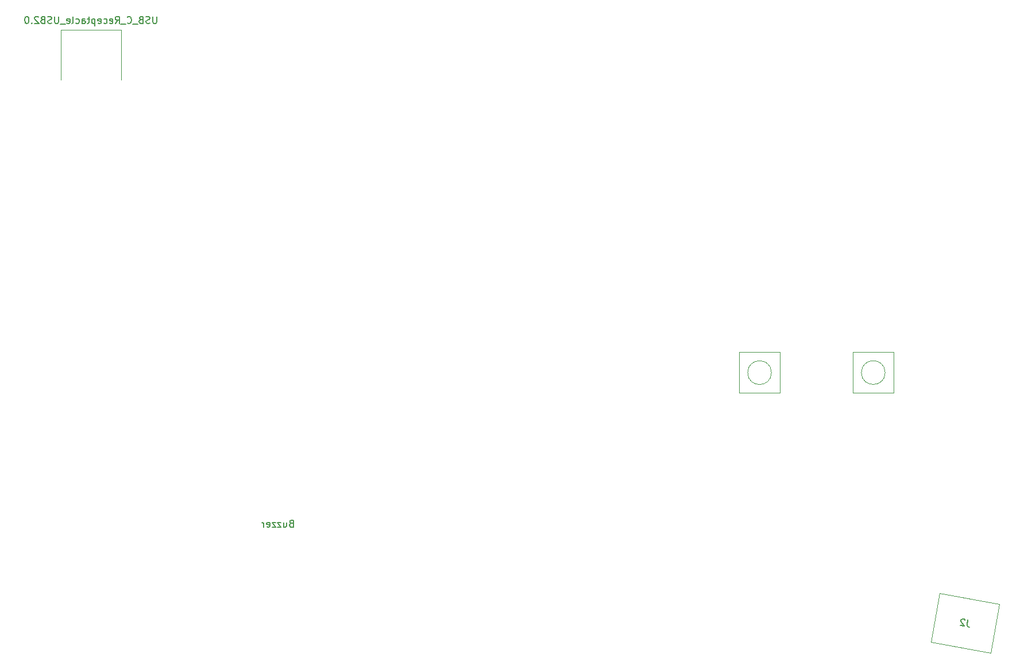
<source format=gbr>
%TF.GenerationSoftware,KiCad,Pcbnew,5.1.9*%
%TF.CreationDate,2021-05-13T19:18:31-05:00*%
%TF.ProjectId,nightwing,6e696768-7477-4696-9e67-2e6b69636164,rev?*%
%TF.SameCoordinates,Original*%
%TF.FileFunction,Other,Fab,Bot*%
%FSLAX46Y46*%
G04 Gerber Fmt 4.6, Leading zero omitted, Abs format (unit mm)*
G04 Created by KiCad (PCBNEW 5.1.9) date 2021-05-13 19:18:31*
%MOMM*%
%LPD*%
G01*
G04 APERTURE LIST*
%ADD10C,0.100000*%
%ADD11C,0.150000*%
G04 APERTURE END LIST*
D10*
%TO.C,J1*%
X41640000Y-13810000D02*
X41640000Y-6510000D01*
X32700000Y-6510000D02*
X41640000Y-6510000D01*
X32700000Y-13810000D02*
X32700000Y-6510000D01*
%TO.C,J2*%
X160993572Y-96754839D02*
X169797754Y-98307254D01*
X160993572Y-96754839D02*
X162261204Y-89565742D01*
X162261204Y-89565742D02*
X171065386Y-91118157D01*
X169797754Y-98307254D02*
X171065386Y-91118157D01*
%TO.C,RESET_SW1*%
X149500000Y-60000000D02*
X149500000Y-54000000D01*
X155500000Y-54000000D02*
X155500000Y-60000000D01*
X155500000Y-60000000D02*
X149500000Y-60000000D01*
X149500000Y-54000000D02*
X155500000Y-54000000D01*
X154250714Y-57000000D02*
G75*
G03*
X154250714Y-57000000I-1750714J0D01*
G01*
%TO.C,Boot1*%
X132740000Y-60010000D02*
X132740000Y-54010000D01*
X138740000Y-54010000D02*
X138740000Y-60010000D01*
X138740000Y-60010000D02*
X132740000Y-60010000D01*
X132740000Y-54010000D02*
X138740000Y-54010000D01*
X137490714Y-57010000D02*
G75*
G03*
X137490714Y-57010000I-1750714J0D01*
G01*
%TD*%
%TO.C,J1*%
D11*
X46860476Y-4512380D02*
X46860476Y-5321904D01*
X46812857Y-5417142D01*
X46765238Y-5464761D01*
X46670000Y-5512380D01*
X46479523Y-5512380D01*
X46384285Y-5464761D01*
X46336666Y-5417142D01*
X46289047Y-5321904D01*
X46289047Y-4512380D01*
X45860476Y-5464761D02*
X45717619Y-5512380D01*
X45479523Y-5512380D01*
X45384285Y-5464761D01*
X45336666Y-5417142D01*
X45289047Y-5321904D01*
X45289047Y-5226666D01*
X45336666Y-5131428D01*
X45384285Y-5083809D01*
X45479523Y-5036190D01*
X45670000Y-4988571D01*
X45765238Y-4940952D01*
X45812857Y-4893333D01*
X45860476Y-4798095D01*
X45860476Y-4702857D01*
X45812857Y-4607619D01*
X45765238Y-4560000D01*
X45670000Y-4512380D01*
X45431904Y-4512380D01*
X45289047Y-4560000D01*
X44527142Y-4988571D02*
X44384285Y-5036190D01*
X44336666Y-5083809D01*
X44289047Y-5179047D01*
X44289047Y-5321904D01*
X44336666Y-5417142D01*
X44384285Y-5464761D01*
X44479523Y-5512380D01*
X44860476Y-5512380D01*
X44860476Y-4512380D01*
X44527142Y-4512380D01*
X44431904Y-4560000D01*
X44384285Y-4607619D01*
X44336666Y-4702857D01*
X44336666Y-4798095D01*
X44384285Y-4893333D01*
X44431904Y-4940952D01*
X44527142Y-4988571D01*
X44860476Y-4988571D01*
X44098571Y-5607619D02*
X43336666Y-5607619D01*
X42527142Y-5417142D02*
X42574761Y-5464761D01*
X42717619Y-5512380D01*
X42812857Y-5512380D01*
X42955714Y-5464761D01*
X43050952Y-5369523D01*
X43098571Y-5274285D01*
X43146190Y-5083809D01*
X43146190Y-4940952D01*
X43098571Y-4750476D01*
X43050952Y-4655238D01*
X42955714Y-4560000D01*
X42812857Y-4512380D01*
X42717619Y-4512380D01*
X42574761Y-4560000D01*
X42527142Y-4607619D01*
X42336666Y-5607619D02*
X41574761Y-5607619D01*
X40765238Y-5512380D02*
X41098571Y-5036190D01*
X41336666Y-5512380D02*
X41336666Y-4512380D01*
X40955714Y-4512380D01*
X40860476Y-4560000D01*
X40812857Y-4607619D01*
X40765238Y-4702857D01*
X40765238Y-4845714D01*
X40812857Y-4940952D01*
X40860476Y-4988571D01*
X40955714Y-5036190D01*
X41336666Y-5036190D01*
X39955714Y-5464761D02*
X40050952Y-5512380D01*
X40241428Y-5512380D01*
X40336666Y-5464761D01*
X40384285Y-5369523D01*
X40384285Y-4988571D01*
X40336666Y-4893333D01*
X40241428Y-4845714D01*
X40050952Y-4845714D01*
X39955714Y-4893333D01*
X39908095Y-4988571D01*
X39908095Y-5083809D01*
X40384285Y-5179047D01*
X39050952Y-5464761D02*
X39146190Y-5512380D01*
X39336666Y-5512380D01*
X39431904Y-5464761D01*
X39479523Y-5417142D01*
X39527142Y-5321904D01*
X39527142Y-5036190D01*
X39479523Y-4940952D01*
X39431904Y-4893333D01*
X39336666Y-4845714D01*
X39146190Y-4845714D01*
X39050952Y-4893333D01*
X38241428Y-5464761D02*
X38336666Y-5512380D01*
X38527142Y-5512380D01*
X38622380Y-5464761D01*
X38670000Y-5369523D01*
X38670000Y-4988571D01*
X38622380Y-4893333D01*
X38527142Y-4845714D01*
X38336666Y-4845714D01*
X38241428Y-4893333D01*
X38193809Y-4988571D01*
X38193809Y-5083809D01*
X38670000Y-5179047D01*
X37765238Y-4845714D02*
X37765238Y-5845714D01*
X37765238Y-4893333D02*
X37670000Y-4845714D01*
X37479523Y-4845714D01*
X37384285Y-4893333D01*
X37336666Y-4940952D01*
X37289047Y-5036190D01*
X37289047Y-5321904D01*
X37336666Y-5417142D01*
X37384285Y-5464761D01*
X37479523Y-5512380D01*
X37670000Y-5512380D01*
X37765238Y-5464761D01*
X37003333Y-4845714D02*
X36622380Y-4845714D01*
X36860476Y-4512380D02*
X36860476Y-5369523D01*
X36812857Y-5464761D01*
X36717619Y-5512380D01*
X36622380Y-5512380D01*
X35860476Y-5512380D02*
X35860476Y-4988571D01*
X35908095Y-4893333D01*
X36003333Y-4845714D01*
X36193809Y-4845714D01*
X36289047Y-4893333D01*
X35860476Y-5464761D02*
X35955714Y-5512380D01*
X36193809Y-5512380D01*
X36289047Y-5464761D01*
X36336666Y-5369523D01*
X36336666Y-5274285D01*
X36289047Y-5179047D01*
X36193809Y-5131428D01*
X35955714Y-5131428D01*
X35860476Y-5083809D01*
X34955714Y-5464761D02*
X35050952Y-5512380D01*
X35241428Y-5512380D01*
X35336666Y-5464761D01*
X35384285Y-5417142D01*
X35431904Y-5321904D01*
X35431904Y-5036190D01*
X35384285Y-4940952D01*
X35336666Y-4893333D01*
X35241428Y-4845714D01*
X35050952Y-4845714D01*
X34955714Y-4893333D01*
X34384285Y-5512380D02*
X34479523Y-5464761D01*
X34527142Y-5369523D01*
X34527142Y-4512380D01*
X33622380Y-5464761D02*
X33717619Y-5512380D01*
X33908095Y-5512380D01*
X34003333Y-5464761D01*
X34050952Y-5369523D01*
X34050952Y-4988571D01*
X34003333Y-4893333D01*
X33908095Y-4845714D01*
X33717619Y-4845714D01*
X33622380Y-4893333D01*
X33574761Y-4988571D01*
X33574761Y-5083809D01*
X34050952Y-5179047D01*
X33384285Y-5607619D02*
X32622380Y-5607619D01*
X32384285Y-4512380D02*
X32384285Y-5321904D01*
X32336666Y-5417142D01*
X32289047Y-5464761D01*
X32193809Y-5512380D01*
X32003333Y-5512380D01*
X31908095Y-5464761D01*
X31860476Y-5417142D01*
X31812857Y-5321904D01*
X31812857Y-4512380D01*
X31384285Y-5464761D02*
X31241428Y-5512380D01*
X31003333Y-5512380D01*
X30908095Y-5464761D01*
X30860476Y-5417142D01*
X30812857Y-5321904D01*
X30812857Y-5226666D01*
X30860476Y-5131428D01*
X30908095Y-5083809D01*
X31003333Y-5036190D01*
X31193809Y-4988571D01*
X31289047Y-4940952D01*
X31336666Y-4893333D01*
X31384285Y-4798095D01*
X31384285Y-4702857D01*
X31336666Y-4607619D01*
X31289047Y-4560000D01*
X31193809Y-4512380D01*
X30955714Y-4512380D01*
X30812857Y-4560000D01*
X30050952Y-4988571D02*
X29908095Y-5036190D01*
X29860476Y-5083809D01*
X29812857Y-5179047D01*
X29812857Y-5321904D01*
X29860476Y-5417142D01*
X29908095Y-5464761D01*
X30003333Y-5512380D01*
X30384285Y-5512380D01*
X30384285Y-4512380D01*
X30050952Y-4512380D01*
X29955714Y-4560000D01*
X29908095Y-4607619D01*
X29860476Y-4702857D01*
X29860476Y-4798095D01*
X29908095Y-4893333D01*
X29955714Y-4940952D01*
X30050952Y-4988571D01*
X30384285Y-4988571D01*
X29431904Y-4607619D02*
X29384285Y-4560000D01*
X29289047Y-4512380D01*
X29050952Y-4512380D01*
X28955714Y-4560000D01*
X28908095Y-4607619D01*
X28860476Y-4702857D01*
X28860476Y-4798095D01*
X28908095Y-4940952D01*
X29479523Y-5512380D01*
X28860476Y-5512380D01*
X28431904Y-5417142D02*
X28384285Y-5464761D01*
X28431904Y-5512380D01*
X28479523Y-5464761D01*
X28431904Y-5417142D01*
X28431904Y-5512380D01*
X27765238Y-4512380D02*
X27670000Y-4512380D01*
X27574761Y-4560000D01*
X27527142Y-4607619D01*
X27479523Y-4702857D01*
X27431904Y-4893333D01*
X27431904Y-5131428D01*
X27479523Y-5321904D01*
X27527142Y-5417142D01*
X27574761Y-5464761D01*
X27670000Y-5512380D01*
X27765238Y-5512380D01*
X27860476Y-5464761D01*
X27908095Y-5417142D01*
X27955714Y-5321904D01*
X28003333Y-5131428D01*
X28003333Y-4893333D01*
X27955714Y-4702857D01*
X27908095Y-4607619D01*
X27860476Y-4560000D01*
X27765238Y-4512380D01*
%TO.C,J2*%
X166452841Y-93455081D02*
X166328806Y-94158515D01*
X166350895Y-94307471D01*
X166428148Y-94417800D01*
X166560566Y-94489502D01*
X166654357Y-94506040D01*
X166014242Y-93474451D02*
X165975616Y-93419287D01*
X165890094Y-93355853D01*
X165655615Y-93314508D01*
X165553555Y-93344866D01*
X165498391Y-93383493D01*
X165434957Y-93469015D01*
X165418419Y-93562806D01*
X165440508Y-93711762D01*
X165904028Y-94373737D01*
X165294385Y-94266240D01*
%TO.C,BZ1*%
X66676803Y-79236679D02*
X66533946Y-79284298D01*
X66486327Y-79331917D01*
X66438708Y-79427155D01*
X66438708Y-79570012D01*
X66486327Y-79665250D01*
X66533946Y-79712869D01*
X66629184Y-79760488D01*
X67010136Y-79760488D01*
X67010136Y-78760488D01*
X66676803Y-78760488D01*
X66581565Y-78808108D01*
X66533946Y-78855727D01*
X66486327Y-78950965D01*
X66486327Y-79046203D01*
X66533946Y-79141441D01*
X66581565Y-79189060D01*
X66676803Y-79236679D01*
X67010136Y-79236679D01*
X65581565Y-79093822D02*
X65581565Y-79760488D01*
X66010136Y-79093822D02*
X66010136Y-79617631D01*
X65962517Y-79712869D01*
X65867279Y-79760488D01*
X65724422Y-79760488D01*
X65629184Y-79712869D01*
X65581565Y-79665250D01*
X65200612Y-79093822D02*
X64676803Y-79093822D01*
X65200612Y-79760488D01*
X64676803Y-79760488D01*
X64391089Y-79093822D02*
X63867279Y-79093822D01*
X64391089Y-79760488D01*
X63867279Y-79760488D01*
X63105374Y-79712869D02*
X63200612Y-79760488D01*
X63391089Y-79760488D01*
X63486327Y-79712869D01*
X63533946Y-79617631D01*
X63533946Y-79236679D01*
X63486327Y-79141441D01*
X63391089Y-79093822D01*
X63200612Y-79093822D01*
X63105374Y-79141441D01*
X63057755Y-79236679D01*
X63057755Y-79331917D01*
X63533946Y-79427155D01*
X62629184Y-79760488D02*
X62629184Y-79093822D01*
X62629184Y-79284298D02*
X62581565Y-79189060D01*
X62533946Y-79141441D01*
X62438708Y-79093822D01*
X62343470Y-79093822D01*
%TD*%
M02*

</source>
